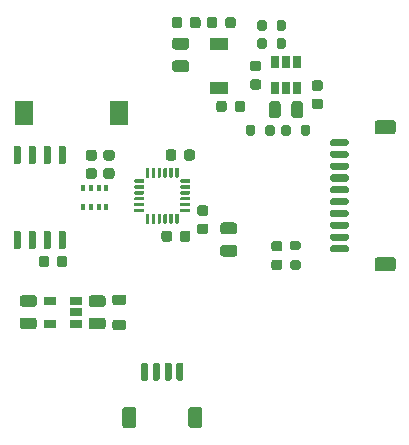
<source format=gbr>
%TF.GenerationSoftware,KiCad,Pcbnew,5.1.8-db9833491~87~ubuntu20.04.1*%
%TF.CreationDate,2020-11-23T13:43:30+01:00*%
%TF.ProjectId,rosalyn-fc,726f7361-6c79-46e2-9d66-632e6b696361,v0.1*%
%TF.SameCoordinates,Original*%
%TF.FileFunction,Paste,Top*%
%TF.FilePolarity,Positive*%
%FSLAX46Y46*%
G04 Gerber Fmt 4.6, Leading zero omitted, Abs format (unit mm)*
G04 Created by KiCad (PCBNEW 5.1.8-db9833491~87~ubuntu20.04.1) date 2020-11-23 13:43:30*
%MOMM*%
%LPD*%
G01*
G04 APERTURE LIST*
%ADD10R,1.600000X1.000000*%
%ADD11R,0.350000X0.500000*%
%ADD12R,1.060000X0.650000*%
%ADD13R,0.650000X1.060000*%
%ADD14R,1.500000X2.000000*%
G04 APERTURE END LIST*
%TO.C,C7*%
G36*
G01*
X139125000Y-109410000D02*
X138175000Y-109410000D01*
G75*
G02*
X137925000Y-109160000I0J250000D01*
G01*
X137925000Y-108660000D01*
G75*
G02*
X138175000Y-108410000I250000J0D01*
G01*
X139125000Y-108410000D01*
G75*
G02*
X139375000Y-108660000I0J-250000D01*
G01*
X139375000Y-109160000D01*
G75*
G02*
X139125000Y-109410000I-250000J0D01*
G01*
G37*
G36*
G01*
X139125000Y-111310000D02*
X138175000Y-111310000D01*
G75*
G02*
X137925000Y-111060000I0J250000D01*
G01*
X137925000Y-110560000D01*
G75*
G02*
X138175000Y-110310000I250000J0D01*
G01*
X139125000Y-110310000D01*
G75*
G02*
X139375000Y-110560000I0J-250000D01*
G01*
X139375000Y-111060000D01*
G75*
G02*
X139125000Y-111310000I-250000J0D01*
G01*
G37*
%TD*%
%TO.C,C6*%
G36*
G01*
X144965000Y-109420000D02*
X144015000Y-109420000D01*
G75*
G02*
X143765000Y-109170000I0J250000D01*
G01*
X143765000Y-108670000D01*
G75*
G02*
X144015000Y-108420000I250000J0D01*
G01*
X144965000Y-108420000D01*
G75*
G02*
X145215000Y-108670000I0J-250000D01*
G01*
X145215000Y-109170000D01*
G75*
G02*
X144965000Y-109420000I-250000J0D01*
G01*
G37*
G36*
G01*
X144965000Y-111320000D02*
X144015000Y-111320000D01*
G75*
G02*
X143765000Y-111070000I0J250000D01*
G01*
X143765000Y-110570000D01*
G75*
G02*
X144015000Y-110320000I250000J0D01*
G01*
X144965000Y-110320000D01*
G75*
G02*
X145215000Y-110570000I0J-250000D01*
G01*
X145215000Y-111070000D01*
G75*
G02*
X144965000Y-111320000I-250000J0D01*
G01*
G37*
%TD*%
%TO.C,C20*%
G36*
G01*
X144250000Y-97025000D02*
X143750000Y-97025000D01*
G75*
G02*
X143525000Y-96800000I0J225000D01*
G01*
X143525000Y-96350000D01*
G75*
G02*
X143750000Y-96125000I225000J0D01*
G01*
X144250000Y-96125000D01*
G75*
G02*
X144475000Y-96350000I0J-225000D01*
G01*
X144475000Y-96800000D01*
G75*
G02*
X144250000Y-97025000I-225000J0D01*
G01*
G37*
G36*
G01*
X144250000Y-98575000D02*
X143750000Y-98575000D01*
G75*
G02*
X143525000Y-98350000I0J225000D01*
G01*
X143525000Y-97900000D01*
G75*
G02*
X143750000Y-97675000I225000J0D01*
G01*
X144250000Y-97675000D01*
G75*
G02*
X144475000Y-97900000I0J-225000D01*
G01*
X144475000Y-98350000D01*
G75*
G02*
X144250000Y-98575000I-225000J0D01*
G01*
G37*
%TD*%
D10*
%TO.C,L1*%
X154844000Y-90866000D03*
X154844000Y-87166000D03*
%TD*%
%TO.C,R11*%
G36*
G01*
X160485000Y-85315000D02*
X160485000Y-85865000D01*
G75*
G02*
X160285000Y-86065000I-200000J0D01*
G01*
X159885000Y-86065000D01*
G75*
G02*
X159685000Y-85865000I0J200000D01*
G01*
X159685000Y-85315000D01*
G75*
G02*
X159885000Y-85115000I200000J0D01*
G01*
X160285000Y-85115000D01*
G75*
G02*
X160485000Y-85315000I0J-200000D01*
G01*
G37*
G36*
G01*
X158835000Y-85315000D02*
X158835000Y-85865000D01*
G75*
G02*
X158635000Y-86065000I-200000J0D01*
G01*
X158235000Y-86065000D01*
G75*
G02*
X158035000Y-85865000I0J200000D01*
G01*
X158035000Y-85315000D01*
G75*
G02*
X158235000Y-85115000I200000J0D01*
G01*
X158635000Y-85115000D01*
G75*
G02*
X158835000Y-85315000I0J-200000D01*
G01*
G37*
%TD*%
%TO.C,C15*%
G36*
G01*
X140425000Y-105310000D02*
X140425000Y-105810000D01*
G75*
G02*
X140200000Y-106035000I-225000J0D01*
G01*
X139750000Y-106035000D01*
G75*
G02*
X139525000Y-105810000I0J225000D01*
G01*
X139525000Y-105310000D01*
G75*
G02*
X139750000Y-105085000I225000J0D01*
G01*
X140200000Y-105085000D01*
G75*
G02*
X140425000Y-105310000I0J-225000D01*
G01*
G37*
G36*
G01*
X141975000Y-105310000D02*
X141975000Y-105810000D01*
G75*
G02*
X141750000Y-106035000I-225000J0D01*
G01*
X141300000Y-106035000D01*
G75*
G02*
X141075000Y-105810000I0J225000D01*
G01*
X141075000Y-105310000D01*
G75*
G02*
X141300000Y-105085000I225000J0D01*
G01*
X141750000Y-105085000D01*
G75*
G02*
X141975000Y-105310000I0J-225000D01*
G01*
G37*
%TD*%
%TO.C,C14*%
G36*
G01*
X145740000Y-97015000D02*
X145240000Y-97015000D01*
G75*
G02*
X145015000Y-96790000I0J225000D01*
G01*
X145015000Y-96340000D01*
G75*
G02*
X145240000Y-96115000I225000J0D01*
G01*
X145740000Y-96115000D01*
G75*
G02*
X145965000Y-96340000I0J-225000D01*
G01*
X145965000Y-96790000D01*
G75*
G02*
X145740000Y-97015000I-225000J0D01*
G01*
G37*
G36*
G01*
X145740000Y-98565000D02*
X145240000Y-98565000D01*
G75*
G02*
X145015000Y-98340000I0J225000D01*
G01*
X145015000Y-97890000D01*
G75*
G02*
X145240000Y-97665000I225000J0D01*
G01*
X145740000Y-97665000D01*
G75*
G02*
X145965000Y-97890000I0J-225000D01*
G01*
X145965000Y-98340000D01*
G75*
G02*
X145740000Y-98565000I-225000J0D01*
G01*
G37*
%TD*%
%TO.C,C13*%
G36*
G01*
X153170000Y-102355000D02*
X153670000Y-102355000D01*
G75*
G02*
X153895000Y-102580000I0J-225000D01*
G01*
X153895000Y-103030000D01*
G75*
G02*
X153670000Y-103255000I-225000J0D01*
G01*
X153170000Y-103255000D01*
G75*
G02*
X152945000Y-103030000I0J225000D01*
G01*
X152945000Y-102580000D01*
G75*
G02*
X153170000Y-102355000I225000J0D01*
G01*
G37*
G36*
G01*
X153170000Y-100805000D02*
X153670000Y-100805000D01*
G75*
G02*
X153895000Y-101030000I0J-225000D01*
G01*
X153895000Y-101480000D01*
G75*
G02*
X153670000Y-101705000I-225000J0D01*
G01*
X153170000Y-101705000D01*
G75*
G02*
X152945000Y-101480000I0J225000D01*
G01*
X152945000Y-101030000D01*
G75*
G02*
X153170000Y-100805000I225000J0D01*
G01*
G37*
%TD*%
D11*
%TO.C,U1*%
X145265000Y-100970000D03*
X143315000Y-99370000D03*
X143965000Y-99370000D03*
X144615000Y-99370000D03*
X143315000Y-100970000D03*
X143965000Y-100970000D03*
X144615000Y-100970000D03*
X145265000Y-99370000D03*
%TD*%
%TO.C,U5*%
G36*
G01*
X147625000Y-98825000D02*
X147625000Y-98675000D01*
G75*
G02*
X147700000Y-98600000I75000J0D01*
G01*
X148400000Y-98600000D01*
G75*
G02*
X148475000Y-98675000I0J-75000D01*
G01*
X148475000Y-98825000D01*
G75*
G02*
X148400000Y-98900000I-75000J0D01*
G01*
X147700000Y-98900000D01*
G75*
G02*
X147625000Y-98825000I0J75000D01*
G01*
G37*
G36*
G01*
X147625000Y-99325000D02*
X147625000Y-99175000D01*
G75*
G02*
X147700000Y-99100000I75000J0D01*
G01*
X148400000Y-99100000D01*
G75*
G02*
X148475000Y-99175000I0J-75000D01*
G01*
X148475000Y-99325000D01*
G75*
G02*
X148400000Y-99400000I-75000J0D01*
G01*
X147700000Y-99400000D01*
G75*
G02*
X147625000Y-99325000I0J75000D01*
G01*
G37*
G36*
G01*
X147625000Y-99825000D02*
X147625000Y-99675000D01*
G75*
G02*
X147700000Y-99600000I75000J0D01*
G01*
X148400000Y-99600000D01*
G75*
G02*
X148475000Y-99675000I0J-75000D01*
G01*
X148475000Y-99825000D01*
G75*
G02*
X148400000Y-99900000I-75000J0D01*
G01*
X147700000Y-99900000D01*
G75*
G02*
X147625000Y-99825000I0J75000D01*
G01*
G37*
G36*
G01*
X147625000Y-100325000D02*
X147625000Y-100175000D01*
G75*
G02*
X147700000Y-100100000I75000J0D01*
G01*
X148400000Y-100100000D01*
G75*
G02*
X148475000Y-100175000I0J-75000D01*
G01*
X148475000Y-100325000D01*
G75*
G02*
X148400000Y-100400000I-75000J0D01*
G01*
X147700000Y-100400000D01*
G75*
G02*
X147625000Y-100325000I0J75000D01*
G01*
G37*
G36*
G01*
X147625000Y-100825000D02*
X147625000Y-100675000D01*
G75*
G02*
X147700000Y-100600000I75000J0D01*
G01*
X148400000Y-100600000D01*
G75*
G02*
X148475000Y-100675000I0J-75000D01*
G01*
X148475000Y-100825000D01*
G75*
G02*
X148400000Y-100900000I-75000J0D01*
G01*
X147700000Y-100900000D01*
G75*
G02*
X147625000Y-100825000I0J75000D01*
G01*
G37*
G36*
G01*
X147625000Y-101325000D02*
X147625000Y-101175000D01*
G75*
G02*
X147700000Y-101100000I75000J0D01*
G01*
X148400000Y-101100000D01*
G75*
G02*
X148475000Y-101175000I0J-75000D01*
G01*
X148475000Y-101325000D01*
G75*
G02*
X148400000Y-101400000I-75000J0D01*
G01*
X147700000Y-101400000D01*
G75*
G02*
X147625000Y-101325000I0J75000D01*
G01*
G37*
G36*
G01*
X148825000Y-102375000D02*
X148675000Y-102375000D01*
G75*
G02*
X148600000Y-102300000I0J75000D01*
G01*
X148600000Y-101600000D01*
G75*
G02*
X148675000Y-101525000I75000J0D01*
G01*
X148825000Y-101525000D01*
G75*
G02*
X148900000Y-101600000I0J-75000D01*
G01*
X148900000Y-102300000D01*
G75*
G02*
X148825000Y-102375000I-75000J0D01*
G01*
G37*
G36*
G01*
X149325000Y-102375000D02*
X149175000Y-102375000D01*
G75*
G02*
X149100000Y-102300000I0J75000D01*
G01*
X149100000Y-101600000D01*
G75*
G02*
X149175000Y-101525000I75000J0D01*
G01*
X149325000Y-101525000D01*
G75*
G02*
X149400000Y-101600000I0J-75000D01*
G01*
X149400000Y-102300000D01*
G75*
G02*
X149325000Y-102375000I-75000J0D01*
G01*
G37*
G36*
G01*
X149825000Y-102375000D02*
X149675000Y-102375000D01*
G75*
G02*
X149600000Y-102300000I0J75000D01*
G01*
X149600000Y-101600000D01*
G75*
G02*
X149675000Y-101525000I75000J0D01*
G01*
X149825000Y-101525000D01*
G75*
G02*
X149900000Y-101600000I0J-75000D01*
G01*
X149900000Y-102300000D01*
G75*
G02*
X149825000Y-102375000I-75000J0D01*
G01*
G37*
G36*
G01*
X150325000Y-102375000D02*
X150175000Y-102375000D01*
G75*
G02*
X150100000Y-102300000I0J75000D01*
G01*
X150100000Y-101600000D01*
G75*
G02*
X150175000Y-101525000I75000J0D01*
G01*
X150325000Y-101525000D01*
G75*
G02*
X150400000Y-101600000I0J-75000D01*
G01*
X150400000Y-102300000D01*
G75*
G02*
X150325000Y-102375000I-75000J0D01*
G01*
G37*
G36*
G01*
X150825000Y-102375000D02*
X150675000Y-102375000D01*
G75*
G02*
X150600000Y-102300000I0J75000D01*
G01*
X150600000Y-101600000D01*
G75*
G02*
X150675000Y-101525000I75000J0D01*
G01*
X150825000Y-101525000D01*
G75*
G02*
X150900000Y-101600000I0J-75000D01*
G01*
X150900000Y-102300000D01*
G75*
G02*
X150825000Y-102375000I-75000J0D01*
G01*
G37*
G36*
G01*
X151325000Y-102375000D02*
X151175000Y-102375000D01*
G75*
G02*
X151100000Y-102300000I0J75000D01*
G01*
X151100000Y-101600000D01*
G75*
G02*
X151175000Y-101525000I75000J0D01*
G01*
X151325000Y-101525000D01*
G75*
G02*
X151400000Y-101600000I0J-75000D01*
G01*
X151400000Y-102300000D01*
G75*
G02*
X151325000Y-102375000I-75000J0D01*
G01*
G37*
G36*
G01*
X151525000Y-101325000D02*
X151525000Y-101175000D01*
G75*
G02*
X151600000Y-101100000I75000J0D01*
G01*
X152300000Y-101100000D01*
G75*
G02*
X152375000Y-101175000I0J-75000D01*
G01*
X152375000Y-101325000D01*
G75*
G02*
X152300000Y-101400000I-75000J0D01*
G01*
X151600000Y-101400000D01*
G75*
G02*
X151525000Y-101325000I0J75000D01*
G01*
G37*
G36*
G01*
X151525000Y-100825000D02*
X151525000Y-100675000D01*
G75*
G02*
X151600000Y-100600000I75000J0D01*
G01*
X152300000Y-100600000D01*
G75*
G02*
X152375000Y-100675000I0J-75000D01*
G01*
X152375000Y-100825000D01*
G75*
G02*
X152300000Y-100900000I-75000J0D01*
G01*
X151600000Y-100900000D01*
G75*
G02*
X151525000Y-100825000I0J75000D01*
G01*
G37*
G36*
G01*
X151525000Y-100325000D02*
X151525000Y-100175000D01*
G75*
G02*
X151600000Y-100100000I75000J0D01*
G01*
X152300000Y-100100000D01*
G75*
G02*
X152375000Y-100175000I0J-75000D01*
G01*
X152375000Y-100325000D01*
G75*
G02*
X152300000Y-100400000I-75000J0D01*
G01*
X151600000Y-100400000D01*
G75*
G02*
X151525000Y-100325000I0J75000D01*
G01*
G37*
G36*
G01*
X151525000Y-99825000D02*
X151525000Y-99675000D01*
G75*
G02*
X151600000Y-99600000I75000J0D01*
G01*
X152300000Y-99600000D01*
G75*
G02*
X152375000Y-99675000I0J-75000D01*
G01*
X152375000Y-99825000D01*
G75*
G02*
X152300000Y-99900000I-75000J0D01*
G01*
X151600000Y-99900000D01*
G75*
G02*
X151525000Y-99825000I0J75000D01*
G01*
G37*
G36*
G01*
X151525000Y-99325000D02*
X151525000Y-99175000D01*
G75*
G02*
X151600000Y-99100000I75000J0D01*
G01*
X152300000Y-99100000D01*
G75*
G02*
X152375000Y-99175000I0J-75000D01*
G01*
X152375000Y-99325000D01*
G75*
G02*
X152300000Y-99400000I-75000J0D01*
G01*
X151600000Y-99400000D01*
G75*
G02*
X151525000Y-99325000I0J75000D01*
G01*
G37*
G36*
G01*
X151525000Y-98825000D02*
X151525000Y-98675000D01*
G75*
G02*
X151600000Y-98600000I75000J0D01*
G01*
X152300000Y-98600000D01*
G75*
G02*
X152375000Y-98675000I0J-75000D01*
G01*
X152375000Y-98825000D01*
G75*
G02*
X152300000Y-98900000I-75000J0D01*
G01*
X151600000Y-98900000D01*
G75*
G02*
X151525000Y-98825000I0J75000D01*
G01*
G37*
G36*
G01*
X151325000Y-98475000D02*
X151175000Y-98475000D01*
G75*
G02*
X151100000Y-98400000I0J75000D01*
G01*
X151100000Y-97700000D01*
G75*
G02*
X151175000Y-97625000I75000J0D01*
G01*
X151325000Y-97625000D01*
G75*
G02*
X151400000Y-97700000I0J-75000D01*
G01*
X151400000Y-98400000D01*
G75*
G02*
X151325000Y-98475000I-75000J0D01*
G01*
G37*
G36*
G01*
X150825000Y-98475000D02*
X150675000Y-98475000D01*
G75*
G02*
X150600000Y-98400000I0J75000D01*
G01*
X150600000Y-97700000D01*
G75*
G02*
X150675000Y-97625000I75000J0D01*
G01*
X150825000Y-97625000D01*
G75*
G02*
X150900000Y-97700000I0J-75000D01*
G01*
X150900000Y-98400000D01*
G75*
G02*
X150825000Y-98475000I-75000J0D01*
G01*
G37*
G36*
G01*
X150325000Y-98475000D02*
X150175000Y-98475000D01*
G75*
G02*
X150100000Y-98400000I0J75000D01*
G01*
X150100000Y-97700000D01*
G75*
G02*
X150175000Y-97625000I75000J0D01*
G01*
X150325000Y-97625000D01*
G75*
G02*
X150400000Y-97700000I0J-75000D01*
G01*
X150400000Y-98400000D01*
G75*
G02*
X150325000Y-98475000I-75000J0D01*
G01*
G37*
G36*
G01*
X149825000Y-98475000D02*
X149675000Y-98475000D01*
G75*
G02*
X149600000Y-98400000I0J75000D01*
G01*
X149600000Y-97700000D01*
G75*
G02*
X149675000Y-97625000I75000J0D01*
G01*
X149825000Y-97625000D01*
G75*
G02*
X149900000Y-97700000I0J-75000D01*
G01*
X149900000Y-98400000D01*
G75*
G02*
X149825000Y-98475000I-75000J0D01*
G01*
G37*
G36*
G01*
X149325000Y-98475000D02*
X149175000Y-98475000D01*
G75*
G02*
X149100000Y-98400000I0J75000D01*
G01*
X149100000Y-97700000D01*
G75*
G02*
X149175000Y-97625000I75000J0D01*
G01*
X149325000Y-97625000D01*
G75*
G02*
X149400000Y-97700000I0J-75000D01*
G01*
X149400000Y-98400000D01*
G75*
G02*
X149325000Y-98475000I-75000J0D01*
G01*
G37*
G36*
G01*
X148825000Y-98475000D02*
X148675000Y-98475000D01*
G75*
G02*
X148600000Y-98400000I0J75000D01*
G01*
X148600000Y-97700000D01*
G75*
G02*
X148675000Y-97625000I75000J0D01*
G01*
X148825000Y-97625000D01*
G75*
G02*
X148900000Y-97700000I0J-75000D01*
G01*
X148900000Y-98400000D01*
G75*
G02*
X148825000Y-98475000I-75000J0D01*
G01*
G37*
%TD*%
%TO.C,C1*%
G36*
G01*
X156105000Y-105160000D02*
X155155000Y-105160000D01*
G75*
G02*
X154905000Y-104910000I0J250000D01*
G01*
X154905000Y-104410000D01*
G75*
G02*
X155155000Y-104160000I250000J0D01*
G01*
X156105000Y-104160000D01*
G75*
G02*
X156355000Y-104410000I0J-250000D01*
G01*
X156355000Y-104910000D01*
G75*
G02*
X156105000Y-105160000I-250000J0D01*
G01*
G37*
G36*
G01*
X156105000Y-103260000D02*
X155155000Y-103260000D01*
G75*
G02*
X154905000Y-103010000I0J250000D01*
G01*
X154905000Y-102510000D01*
G75*
G02*
X155155000Y-102260000I250000J0D01*
G01*
X156105000Y-102260000D01*
G75*
G02*
X156355000Y-102510000I0J-250000D01*
G01*
X156355000Y-103010000D01*
G75*
G02*
X156105000Y-103260000I-250000J0D01*
G01*
G37*
%TD*%
%TO.C,C2*%
G36*
G01*
X151485000Y-103680000D02*
X151485000Y-103180000D01*
G75*
G02*
X151710000Y-102955000I225000J0D01*
G01*
X152160000Y-102955000D01*
G75*
G02*
X152385000Y-103180000I0J-225000D01*
G01*
X152385000Y-103680000D01*
G75*
G02*
X152160000Y-103905000I-225000J0D01*
G01*
X151710000Y-103905000D01*
G75*
G02*
X151485000Y-103680000I0J225000D01*
G01*
G37*
G36*
G01*
X149935000Y-103680000D02*
X149935000Y-103180000D01*
G75*
G02*
X150160000Y-102955000I225000J0D01*
G01*
X150610000Y-102955000D01*
G75*
G02*
X150835000Y-103180000I0J-225000D01*
G01*
X150835000Y-103680000D01*
G75*
G02*
X150610000Y-103905000I-225000J0D01*
G01*
X150160000Y-103905000D01*
G75*
G02*
X149935000Y-103680000I0J225000D01*
G01*
G37*
%TD*%
%TO.C,C3*%
G36*
G01*
X150305000Y-96800000D02*
X150305000Y-96300000D01*
G75*
G02*
X150530000Y-96075000I225000J0D01*
G01*
X150980000Y-96075000D01*
G75*
G02*
X151205000Y-96300000I0J-225000D01*
G01*
X151205000Y-96800000D01*
G75*
G02*
X150980000Y-97025000I-225000J0D01*
G01*
X150530000Y-97025000D01*
G75*
G02*
X150305000Y-96800000I0J225000D01*
G01*
G37*
G36*
G01*
X151855000Y-96800000D02*
X151855000Y-96300000D01*
G75*
G02*
X152080000Y-96075000I225000J0D01*
G01*
X152530000Y-96075000D01*
G75*
G02*
X152755000Y-96300000I0J-225000D01*
G01*
X152755000Y-96800000D01*
G75*
G02*
X152530000Y-97025000I-225000J0D01*
G01*
X152080000Y-97025000D01*
G75*
G02*
X151855000Y-96800000I0J225000D01*
G01*
G37*
%TD*%
%TO.C,D3*%
G36*
G01*
X159449750Y-103841000D02*
X159962250Y-103841000D01*
G75*
G02*
X160181000Y-104059750I0J-218750D01*
G01*
X160181000Y-104497250D01*
G75*
G02*
X159962250Y-104716000I-218750J0D01*
G01*
X159449750Y-104716000D01*
G75*
G02*
X159231000Y-104497250I0J218750D01*
G01*
X159231000Y-104059750D01*
G75*
G02*
X159449750Y-103841000I218750J0D01*
G01*
G37*
G36*
G01*
X159449750Y-105416000D02*
X159962250Y-105416000D01*
G75*
G02*
X160181000Y-105634750I0J-218750D01*
G01*
X160181000Y-106072250D01*
G75*
G02*
X159962250Y-106291000I-218750J0D01*
G01*
X159449750Y-106291000D01*
G75*
G02*
X159231000Y-106072250I0J218750D01*
G01*
X159231000Y-105634750D01*
G75*
G02*
X159449750Y-105416000I218750J0D01*
G01*
G37*
%TD*%
%TO.C,R6*%
G36*
G01*
X160885000Y-94185000D02*
X160885000Y-94735000D01*
G75*
G02*
X160685000Y-94935000I-200000J0D01*
G01*
X160285000Y-94935000D01*
G75*
G02*
X160085000Y-94735000I0J200000D01*
G01*
X160085000Y-94185000D01*
G75*
G02*
X160285000Y-93985000I200000J0D01*
G01*
X160685000Y-93985000D01*
G75*
G02*
X160885000Y-94185000I0J-200000D01*
G01*
G37*
G36*
G01*
X162535000Y-94185000D02*
X162535000Y-94735000D01*
G75*
G02*
X162335000Y-94935000I-200000J0D01*
G01*
X161935000Y-94935000D01*
G75*
G02*
X161735000Y-94735000I0J200000D01*
G01*
X161735000Y-94185000D01*
G75*
G02*
X161935000Y-93985000I200000J0D01*
G01*
X162335000Y-93985000D01*
G75*
G02*
X162535000Y-94185000I0J-200000D01*
G01*
G37*
%TD*%
%TO.C,R7*%
G36*
G01*
X159525000Y-94185000D02*
X159525000Y-94735000D01*
G75*
G02*
X159325000Y-94935000I-200000J0D01*
G01*
X158925000Y-94935000D01*
G75*
G02*
X158725000Y-94735000I0J200000D01*
G01*
X158725000Y-94185000D01*
G75*
G02*
X158925000Y-93985000I200000J0D01*
G01*
X159325000Y-93985000D01*
G75*
G02*
X159525000Y-94185000I0J-200000D01*
G01*
G37*
G36*
G01*
X157875000Y-94185000D02*
X157875000Y-94735000D01*
G75*
G02*
X157675000Y-94935000I-200000J0D01*
G01*
X157275000Y-94935000D01*
G75*
G02*
X157075000Y-94735000I0J200000D01*
G01*
X157075000Y-94185000D01*
G75*
G02*
X157275000Y-93985000I200000J0D01*
G01*
X157675000Y-93985000D01*
G75*
G02*
X157875000Y-94185000I0J-200000D01*
G01*
G37*
%TD*%
%TO.C,R9*%
G36*
G01*
X160981000Y-103811000D02*
X161531000Y-103811000D01*
G75*
G02*
X161731000Y-104011000I0J-200000D01*
G01*
X161731000Y-104411000D01*
G75*
G02*
X161531000Y-104611000I-200000J0D01*
G01*
X160981000Y-104611000D01*
G75*
G02*
X160781000Y-104411000I0J200000D01*
G01*
X160781000Y-104011000D01*
G75*
G02*
X160981000Y-103811000I200000J0D01*
G01*
G37*
G36*
G01*
X160981000Y-105461000D02*
X161531000Y-105461000D01*
G75*
G02*
X161731000Y-105661000I0J-200000D01*
G01*
X161731000Y-106061000D01*
G75*
G02*
X161531000Y-106261000I-200000J0D01*
G01*
X160981000Y-106261000D01*
G75*
G02*
X160781000Y-106061000I0J200000D01*
G01*
X160781000Y-105661000D01*
G75*
G02*
X160981000Y-105461000I200000J0D01*
G01*
G37*
%TD*%
D12*
%TO.C,U6*%
X142676000Y-110818000D03*
X142676000Y-109868000D03*
X142676000Y-108918000D03*
X140476000Y-108918000D03*
X140476000Y-110818000D03*
%TD*%
%TO.C,C17*%
G36*
G01*
X160930000Y-93185000D02*
X160930000Y-92235000D01*
G75*
G02*
X161180000Y-91985000I250000J0D01*
G01*
X161680000Y-91985000D01*
G75*
G02*
X161930000Y-92235000I0J-250000D01*
G01*
X161930000Y-93185000D01*
G75*
G02*
X161680000Y-93435000I-250000J0D01*
G01*
X161180000Y-93435000D01*
G75*
G02*
X160930000Y-93185000I0J250000D01*
G01*
G37*
G36*
G01*
X159030000Y-93185000D02*
X159030000Y-92235000D01*
G75*
G02*
X159280000Y-91985000I250000J0D01*
G01*
X159780000Y-91985000D01*
G75*
G02*
X160030000Y-92235000I0J-250000D01*
G01*
X160030000Y-93185000D01*
G75*
G02*
X159780000Y-93435000I-250000J0D01*
G01*
X159280000Y-93435000D01*
G75*
G02*
X159030000Y-93185000I0J250000D01*
G01*
G37*
%TD*%
%TO.C,C18*%
G36*
G01*
X157654000Y-88575000D02*
X158154000Y-88575000D01*
G75*
G02*
X158379000Y-88800000I0J-225000D01*
G01*
X158379000Y-89250000D01*
G75*
G02*
X158154000Y-89475000I-225000J0D01*
G01*
X157654000Y-89475000D01*
G75*
G02*
X157429000Y-89250000I0J225000D01*
G01*
X157429000Y-88800000D01*
G75*
G02*
X157654000Y-88575000I225000J0D01*
G01*
G37*
G36*
G01*
X157654000Y-90125000D02*
X158154000Y-90125000D01*
G75*
G02*
X158379000Y-90350000I0J-225000D01*
G01*
X158379000Y-90800000D01*
G75*
G02*
X158154000Y-91025000I-225000J0D01*
G01*
X157654000Y-91025000D01*
G75*
G02*
X157429000Y-90800000I0J225000D01*
G01*
X157429000Y-90350000D01*
G75*
G02*
X157654000Y-90125000I225000J0D01*
G01*
G37*
%TD*%
%TO.C,C19*%
G36*
G01*
X151085000Y-86630000D02*
X152035000Y-86630000D01*
G75*
G02*
X152285000Y-86880000I0J-250000D01*
G01*
X152285000Y-87380000D01*
G75*
G02*
X152035000Y-87630000I-250000J0D01*
G01*
X151085000Y-87630000D01*
G75*
G02*
X150835000Y-87380000I0J250000D01*
G01*
X150835000Y-86880000D01*
G75*
G02*
X151085000Y-86630000I250000J0D01*
G01*
G37*
G36*
G01*
X151085000Y-88530000D02*
X152035000Y-88530000D01*
G75*
G02*
X152285000Y-88780000I0J-250000D01*
G01*
X152285000Y-89280000D01*
G75*
G02*
X152035000Y-89530000I-250000J0D01*
G01*
X151085000Y-89530000D01*
G75*
G02*
X150835000Y-89280000I0J250000D01*
G01*
X150835000Y-88780000D01*
G75*
G02*
X151085000Y-88530000I250000J0D01*
G01*
G37*
%TD*%
%TO.C,D4*%
G36*
G01*
X154575000Y-92696250D02*
X154575000Y-92183750D01*
G75*
G02*
X154793750Y-91965000I218750J0D01*
G01*
X155231250Y-91965000D01*
G75*
G02*
X155450000Y-92183750I0J-218750D01*
G01*
X155450000Y-92696250D01*
G75*
G02*
X155231250Y-92915000I-218750J0D01*
G01*
X154793750Y-92915000D01*
G75*
G02*
X154575000Y-92696250I0J218750D01*
G01*
G37*
G36*
G01*
X156150000Y-92696250D02*
X156150000Y-92183750D01*
G75*
G02*
X156368750Y-91965000I218750J0D01*
G01*
X156806250Y-91965000D01*
G75*
G02*
X157025000Y-92183750I0J-218750D01*
G01*
X157025000Y-92696250D01*
G75*
G02*
X156806250Y-92915000I-218750J0D01*
G01*
X156368750Y-92915000D01*
G75*
G02*
X156150000Y-92696250I0J218750D01*
G01*
G37*
%TD*%
%TO.C,D2*%
G36*
G01*
X154640000Y-85083750D02*
X154640000Y-85596250D01*
G75*
G02*
X154421250Y-85815000I-218750J0D01*
G01*
X153983750Y-85815000D01*
G75*
G02*
X153765000Y-85596250I0J218750D01*
G01*
X153765000Y-85083750D01*
G75*
G02*
X153983750Y-84865000I218750J0D01*
G01*
X154421250Y-84865000D01*
G75*
G02*
X154640000Y-85083750I0J-218750D01*
G01*
G37*
G36*
G01*
X156215000Y-85083750D02*
X156215000Y-85596250D01*
G75*
G02*
X155996250Y-85815000I-218750J0D01*
G01*
X155558750Y-85815000D01*
G75*
G02*
X155340000Y-85596250I0J218750D01*
G01*
X155340000Y-85083750D01*
G75*
G02*
X155558750Y-84865000I218750J0D01*
G01*
X155996250Y-84865000D01*
G75*
G02*
X156215000Y-85083750I0J-218750D01*
G01*
G37*
%TD*%
%TO.C,R10*%
G36*
G01*
X159679000Y-87375000D02*
X159679000Y-86825000D01*
G75*
G02*
X159879000Y-86625000I200000J0D01*
G01*
X160279000Y-86625000D01*
G75*
G02*
X160479000Y-86825000I0J-200000D01*
G01*
X160479000Y-87375000D01*
G75*
G02*
X160279000Y-87575000I-200000J0D01*
G01*
X159879000Y-87575000D01*
G75*
G02*
X159679000Y-87375000I0J200000D01*
G01*
G37*
G36*
G01*
X158029000Y-87375000D02*
X158029000Y-86825000D01*
G75*
G02*
X158229000Y-86625000I200000J0D01*
G01*
X158629000Y-86625000D01*
G75*
G02*
X158829000Y-86825000I0J-200000D01*
G01*
X158829000Y-87375000D01*
G75*
G02*
X158629000Y-87575000I-200000J0D01*
G01*
X158229000Y-87575000D01*
G75*
G02*
X158029000Y-87375000I0J200000D01*
G01*
G37*
%TD*%
D13*
%TO.C,U7*%
X159534000Y-90890000D03*
X160484000Y-90890000D03*
X161434000Y-90890000D03*
X161434000Y-88690000D03*
X159534000Y-88690000D03*
X160484000Y-88690000D03*
%TD*%
%TO.C,FB1*%
G36*
G01*
X145978750Y-108380000D02*
X146741250Y-108380000D01*
G75*
G02*
X146960000Y-108598750I0J-218750D01*
G01*
X146960000Y-109036250D01*
G75*
G02*
X146741250Y-109255000I-218750J0D01*
G01*
X145978750Y-109255000D01*
G75*
G02*
X145760000Y-109036250I0J218750D01*
G01*
X145760000Y-108598750D01*
G75*
G02*
X145978750Y-108380000I218750J0D01*
G01*
G37*
G36*
G01*
X145978750Y-110505000D02*
X146741250Y-110505000D01*
G75*
G02*
X146960000Y-110723750I0J-218750D01*
G01*
X146960000Y-111161250D01*
G75*
G02*
X146741250Y-111380000I-218750J0D01*
G01*
X145978750Y-111380000D01*
G75*
G02*
X145760000Y-111161250I0J218750D01*
G01*
X145760000Y-110723750D01*
G75*
G02*
X145978750Y-110505000I218750J0D01*
G01*
G37*
%TD*%
%TO.C,C4*%
G36*
G01*
X163380000Y-92670000D02*
X162880000Y-92670000D01*
G75*
G02*
X162655000Y-92445000I0J225000D01*
G01*
X162655000Y-91995000D01*
G75*
G02*
X162880000Y-91770000I225000J0D01*
G01*
X163380000Y-91770000D01*
G75*
G02*
X163605000Y-91995000I0J-225000D01*
G01*
X163605000Y-92445000D01*
G75*
G02*
X163380000Y-92670000I-225000J0D01*
G01*
G37*
G36*
G01*
X163380000Y-91120000D02*
X162880000Y-91120000D01*
G75*
G02*
X162655000Y-90895000I0J225000D01*
G01*
X162655000Y-90445000D01*
G75*
G02*
X162880000Y-90220000I225000J0D01*
G01*
X163380000Y-90220000D01*
G75*
G02*
X163605000Y-90445000I0J-225000D01*
G01*
X163605000Y-90895000D01*
G75*
G02*
X163380000Y-91120000I-225000J0D01*
G01*
G37*
%TD*%
%TO.C,C5*%
G36*
G01*
X152345000Y-85590000D02*
X152345000Y-85090000D01*
G75*
G02*
X152570000Y-84865000I225000J0D01*
G01*
X153020000Y-84865000D01*
G75*
G02*
X153245000Y-85090000I0J-225000D01*
G01*
X153245000Y-85590000D01*
G75*
G02*
X153020000Y-85815000I-225000J0D01*
G01*
X152570000Y-85815000D01*
G75*
G02*
X152345000Y-85590000I0J225000D01*
G01*
G37*
G36*
G01*
X150795000Y-85590000D02*
X150795000Y-85090000D01*
G75*
G02*
X151020000Y-84865000I225000J0D01*
G01*
X151470000Y-84865000D01*
G75*
G02*
X151695000Y-85090000I0J-225000D01*
G01*
X151695000Y-85590000D01*
G75*
G02*
X151470000Y-85815000I-225000J0D01*
G01*
X151020000Y-85815000D01*
G75*
G02*
X150795000Y-85590000I0J225000D01*
G01*
G37*
%TD*%
%TO.C,J3*%
G36*
G01*
X152200000Y-119425001D02*
X152200000Y-118124999D01*
G75*
G02*
X152449999Y-117875000I249999J0D01*
G01*
X153150001Y-117875000D01*
G75*
G02*
X153400000Y-118124999I0J-249999D01*
G01*
X153400000Y-119425001D01*
G75*
G02*
X153150001Y-119675000I-249999J0D01*
G01*
X152449999Y-119675000D01*
G75*
G02*
X152200000Y-119425001I0J249999D01*
G01*
G37*
G36*
G01*
X146600000Y-119425001D02*
X146600000Y-118124999D01*
G75*
G02*
X146849999Y-117875000I249999J0D01*
G01*
X147550001Y-117875000D01*
G75*
G02*
X147800000Y-118124999I0J-249999D01*
G01*
X147800000Y-119425001D01*
G75*
G02*
X147550001Y-119675000I-249999J0D01*
G01*
X146849999Y-119675000D01*
G75*
G02*
X146600000Y-119425001I0J249999D01*
G01*
G37*
G36*
G01*
X151200000Y-115525000D02*
X151200000Y-114275000D01*
G75*
G02*
X151350000Y-114125000I150000J0D01*
G01*
X151650000Y-114125000D01*
G75*
G02*
X151800000Y-114275000I0J-150000D01*
G01*
X151800000Y-115525000D01*
G75*
G02*
X151650000Y-115675000I-150000J0D01*
G01*
X151350000Y-115675000D01*
G75*
G02*
X151200000Y-115525000I0J150000D01*
G01*
G37*
G36*
G01*
X150200000Y-115525000D02*
X150200000Y-114275000D01*
G75*
G02*
X150350000Y-114125000I150000J0D01*
G01*
X150650000Y-114125000D01*
G75*
G02*
X150800000Y-114275000I0J-150000D01*
G01*
X150800000Y-115525000D01*
G75*
G02*
X150650000Y-115675000I-150000J0D01*
G01*
X150350000Y-115675000D01*
G75*
G02*
X150200000Y-115525000I0J150000D01*
G01*
G37*
G36*
G01*
X149200000Y-115525000D02*
X149200000Y-114275000D01*
G75*
G02*
X149350000Y-114125000I150000J0D01*
G01*
X149650000Y-114125000D01*
G75*
G02*
X149800000Y-114275000I0J-150000D01*
G01*
X149800000Y-115525000D01*
G75*
G02*
X149650000Y-115675000I-150000J0D01*
G01*
X149350000Y-115675000D01*
G75*
G02*
X149200000Y-115525000I0J150000D01*
G01*
G37*
G36*
G01*
X148200000Y-115525000D02*
X148200000Y-114275000D01*
G75*
G02*
X148350000Y-114125000I150000J0D01*
G01*
X148650000Y-114125000D01*
G75*
G02*
X148800000Y-114275000I0J-150000D01*
G01*
X148800000Y-115525000D01*
G75*
G02*
X148650000Y-115675000I-150000J0D01*
G01*
X148350000Y-115675000D01*
G75*
G02*
X148200000Y-115525000I0J150000D01*
G01*
G37*
%TD*%
%TO.C,J7*%
G36*
G01*
X169525001Y-94800000D02*
X168224999Y-94800000D01*
G75*
G02*
X167975000Y-94550001I0J249999D01*
G01*
X167975000Y-93849999D01*
G75*
G02*
X168224999Y-93600000I249999J0D01*
G01*
X169525001Y-93600000D01*
G75*
G02*
X169775000Y-93849999I0J-249999D01*
G01*
X169775000Y-94550001D01*
G75*
G02*
X169525001Y-94800000I-249999J0D01*
G01*
G37*
G36*
G01*
X169525001Y-106400000D02*
X168224999Y-106400000D01*
G75*
G02*
X167975000Y-106150001I0J249999D01*
G01*
X167975000Y-105449999D01*
G75*
G02*
X168224999Y-105200000I249999J0D01*
G01*
X169525001Y-105200000D01*
G75*
G02*
X169775000Y-105449999I0J-249999D01*
G01*
X169775000Y-106150001D01*
G75*
G02*
X169525001Y-106400000I-249999J0D01*
G01*
G37*
G36*
G01*
X165625000Y-95800000D02*
X164375000Y-95800000D01*
G75*
G02*
X164225000Y-95650000I0J150000D01*
G01*
X164225000Y-95350000D01*
G75*
G02*
X164375000Y-95200000I150000J0D01*
G01*
X165625000Y-95200000D01*
G75*
G02*
X165775000Y-95350000I0J-150000D01*
G01*
X165775000Y-95650000D01*
G75*
G02*
X165625000Y-95800000I-150000J0D01*
G01*
G37*
G36*
G01*
X165625000Y-96800000D02*
X164375000Y-96800000D01*
G75*
G02*
X164225000Y-96650000I0J150000D01*
G01*
X164225000Y-96350000D01*
G75*
G02*
X164375000Y-96200000I150000J0D01*
G01*
X165625000Y-96200000D01*
G75*
G02*
X165775000Y-96350000I0J-150000D01*
G01*
X165775000Y-96650000D01*
G75*
G02*
X165625000Y-96800000I-150000J0D01*
G01*
G37*
G36*
G01*
X165625000Y-97800000D02*
X164375000Y-97800000D01*
G75*
G02*
X164225000Y-97650000I0J150000D01*
G01*
X164225000Y-97350000D01*
G75*
G02*
X164375000Y-97200000I150000J0D01*
G01*
X165625000Y-97200000D01*
G75*
G02*
X165775000Y-97350000I0J-150000D01*
G01*
X165775000Y-97650000D01*
G75*
G02*
X165625000Y-97800000I-150000J0D01*
G01*
G37*
G36*
G01*
X165625000Y-98800000D02*
X164375000Y-98800000D01*
G75*
G02*
X164225000Y-98650000I0J150000D01*
G01*
X164225000Y-98350000D01*
G75*
G02*
X164375000Y-98200000I150000J0D01*
G01*
X165625000Y-98200000D01*
G75*
G02*
X165775000Y-98350000I0J-150000D01*
G01*
X165775000Y-98650000D01*
G75*
G02*
X165625000Y-98800000I-150000J0D01*
G01*
G37*
G36*
G01*
X165625000Y-99800000D02*
X164375000Y-99800000D01*
G75*
G02*
X164225000Y-99650000I0J150000D01*
G01*
X164225000Y-99350000D01*
G75*
G02*
X164375000Y-99200000I150000J0D01*
G01*
X165625000Y-99200000D01*
G75*
G02*
X165775000Y-99350000I0J-150000D01*
G01*
X165775000Y-99650000D01*
G75*
G02*
X165625000Y-99800000I-150000J0D01*
G01*
G37*
G36*
G01*
X165625000Y-100800000D02*
X164375000Y-100800000D01*
G75*
G02*
X164225000Y-100650000I0J150000D01*
G01*
X164225000Y-100350000D01*
G75*
G02*
X164375000Y-100200000I150000J0D01*
G01*
X165625000Y-100200000D01*
G75*
G02*
X165775000Y-100350000I0J-150000D01*
G01*
X165775000Y-100650000D01*
G75*
G02*
X165625000Y-100800000I-150000J0D01*
G01*
G37*
G36*
G01*
X165625000Y-101800000D02*
X164375000Y-101800000D01*
G75*
G02*
X164225000Y-101650000I0J150000D01*
G01*
X164225000Y-101350000D01*
G75*
G02*
X164375000Y-101200000I150000J0D01*
G01*
X165625000Y-101200000D01*
G75*
G02*
X165775000Y-101350000I0J-150000D01*
G01*
X165775000Y-101650000D01*
G75*
G02*
X165625000Y-101800000I-150000J0D01*
G01*
G37*
G36*
G01*
X165625000Y-102800000D02*
X164375000Y-102800000D01*
G75*
G02*
X164225000Y-102650000I0J150000D01*
G01*
X164225000Y-102350000D01*
G75*
G02*
X164375000Y-102200000I150000J0D01*
G01*
X165625000Y-102200000D01*
G75*
G02*
X165775000Y-102350000I0J-150000D01*
G01*
X165775000Y-102650000D01*
G75*
G02*
X165625000Y-102800000I-150000J0D01*
G01*
G37*
G36*
G01*
X165625000Y-103800000D02*
X164375000Y-103800000D01*
G75*
G02*
X164225000Y-103650000I0J150000D01*
G01*
X164225000Y-103350000D01*
G75*
G02*
X164375000Y-103200000I150000J0D01*
G01*
X165625000Y-103200000D01*
G75*
G02*
X165775000Y-103350000I0J-150000D01*
G01*
X165775000Y-103650000D01*
G75*
G02*
X165625000Y-103800000I-150000J0D01*
G01*
G37*
G36*
G01*
X165625000Y-104800000D02*
X164375000Y-104800000D01*
G75*
G02*
X164225000Y-104650000I0J150000D01*
G01*
X164225000Y-104350000D01*
G75*
G02*
X164375000Y-104200000I150000J0D01*
G01*
X165625000Y-104200000D01*
G75*
G02*
X165775000Y-104350000I0J-150000D01*
G01*
X165775000Y-104650000D01*
G75*
G02*
X165625000Y-104800000I-150000J0D01*
G01*
G37*
%TD*%
%TO.C,U4*%
G36*
G01*
X141375000Y-95750000D02*
X141675000Y-95750000D01*
G75*
G02*
X141825000Y-95900000I0J-150000D01*
G01*
X141825000Y-97200000D01*
G75*
G02*
X141675000Y-97350000I-150000J0D01*
G01*
X141375000Y-97350000D01*
G75*
G02*
X141225000Y-97200000I0J150000D01*
G01*
X141225000Y-95900000D01*
G75*
G02*
X141375000Y-95750000I150000J0D01*
G01*
G37*
G36*
G01*
X140105000Y-95750000D02*
X140405000Y-95750000D01*
G75*
G02*
X140555000Y-95900000I0J-150000D01*
G01*
X140555000Y-97200000D01*
G75*
G02*
X140405000Y-97350000I-150000J0D01*
G01*
X140105000Y-97350000D01*
G75*
G02*
X139955000Y-97200000I0J150000D01*
G01*
X139955000Y-95900000D01*
G75*
G02*
X140105000Y-95750000I150000J0D01*
G01*
G37*
G36*
G01*
X138835000Y-95750000D02*
X139135000Y-95750000D01*
G75*
G02*
X139285000Y-95900000I0J-150000D01*
G01*
X139285000Y-97200000D01*
G75*
G02*
X139135000Y-97350000I-150000J0D01*
G01*
X138835000Y-97350000D01*
G75*
G02*
X138685000Y-97200000I0J150000D01*
G01*
X138685000Y-95900000D01*
G75*
G02*
X138835000Y-95750000I150000J0D01*
G01*
G37*
G36*
G01*
X137565000Y-95750000D02*
X137865000Y-95750000D01*
G75*
G02*
X138015000Y-95900000I0J-150000D01*
G01*
X138015000Y-97200000D01*
G75*
G02*
X137865000Y-97350000I-150000J0D01*
G01*
X137565000Y-97350000D01*
G75*
G02*
X137415000Y-97200000I0J150000D01*
G01*
X137415000Y-95900000D01*
G75*
G02*
X137565000Y-95750000I150000J0D01*
G01*
G37*
G36*
G01*
X137565000Y-102950000D02*
X137865000Y-102950000D01*
G75*
G02*
X138015000Y-103100000I0J-150000D01*
G01*
X138015000Y-104400000D01*
G75*
G02*
X137865000Y-104550000I-150000J0D01*
G01*
X137565000Y-104550000D01*
G75*
G02*
X137415000Y-104400000I0J150000D01*
G01*
X137415000Y-103100000D01*
G75*
G02*
X137565000Y-102950000I150000J0D01*
G01*
G37*
G36*
G01*
X138835000Y-102950000D02*
X139135000Y-102950000D01*
G75*
G02*
X139285000Y-103100000I0J-150000D01*
G01*
X139285000Y-104400000D01*
G75*
G02*
X139135000Y-104550000I-150000J0D01*
G01*
X138835000Y-104550000D01*
G75*
G02*
X138685000Y-104400000I0J150000D01*
G01*
X138685000Y-103100000D01*
G75*
G02*
X138835000Y-102950000I150000J0D01*
G01*
G37*
G36*
G01*
X140105000Y-102950000D02*
X140405000Y-102950000D01*
G75*
G02*
X140555000Y-103100000I0J-150000D01*
G01*
X140555000Y-104400000D01*
G75*
G02*
X140405000Y-104550000I-150000J0D01*
G01*
X140105000Y-104550000D01*
G75*
G02*
X139955000Y-104400000I0J150000D01*
G01*
X139955000Y-103100000D01*
G75*
G02*
X140105000Y-102950000I150000J0D01*
G01*
G37*
G36*
G01*
X141375000Y-102950000D02*
X141675000Y-102950000D01*
G75*
G02*
X141825000Y-103100000I0J-150000D01*
G01*
X141825000Y-104400000D01*
G75*
G02*
X141675000Y-104550000I-150000J0D01*
G01*
X141375000Y-104550000D01*
G75*
G02*
X141225000Y-104400000I0J150000D01*
G01*
X141225000Y-103100000D01*
G75*
G02*
X141375000Y-102950000I150000J0D01*
G01*
G37*
%TD*%
D14*
%TO.C,SW1*%
X146320000Y-92990000D03*
X138320000Y-92990000D03*
%TD*%
M02*

</source>
